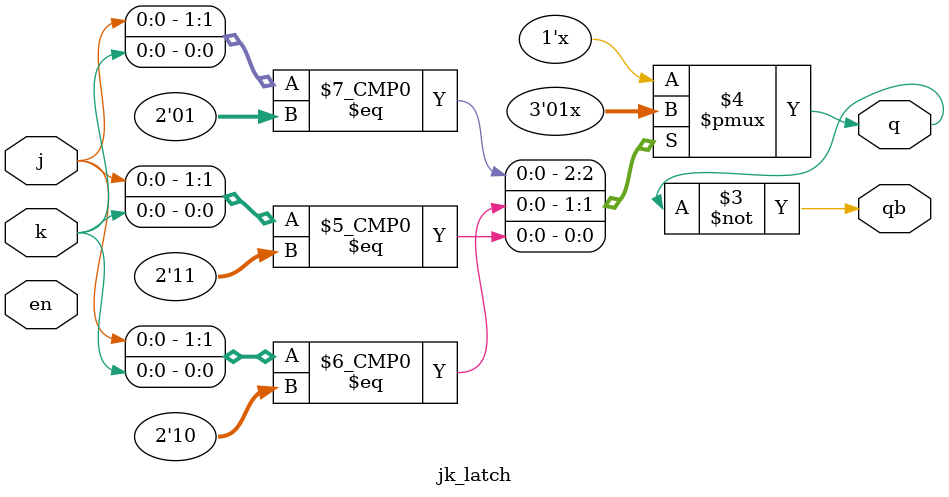
<source format=v>
module jk_latch(output reg q,qb,input j,k,en);
  always@(*)begin
 
    case({j,k})
      2'b00 : q=q;
      2'b01 : q=0;
      2'b10 : q=1;
      2'b11 : q=~q;
    endcase
       qb = ~q;
  end
endmodule

</source>
